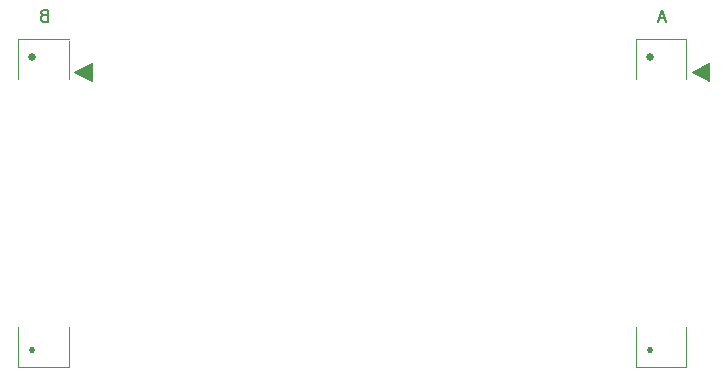
<source format=gbr>
%TF.GenerationSoftware,KiCad,Pcbnew,7.0.2*%
%TF.CreationDate,2023-05-22T10:30:23+03:00*%
%TF.ProjectId,MCU_V1,4d43555f-5631-42e6-9b69-6361645f7063,rev?*%
%TF.SameCoordinates,Original*%
%TF.FileFunction,Legend,Bot*%
%TF.FilePolarity,Positive*%
%FSLAX46Y46*%
G04 Gerber Fmt 4.6, Leading zero omitted, Abs format (unit mm)*
G04 Created by KiCad (PCBNEW 7.0.2) date 2023-05-22 10:30:23*
%MOMM*%
%LPD*%
G01*
G04 APERTURE LIST*
%ADD10C,0.150000*%
%ADD11C,0.100000*%
%ADD12C,0.120000*%
%ADD13C,0.525000*%
%ADD14C,0.675000*%
G04 APERTURE END LIST*
D10*
%TO.C,H1*%
X163968094Y-72866904D02*
X163491904Y-72866904D01*
X164063332Y-73152619D02*
X163729999Y-72152619D01*
X163729999Y-72152619D02*
X163396666Y-73152619D01*
X111368571Y-72628809D02*
X111225714Y-72676428D01*
X111225714Y-72676428D02*
X111178095Y-72724047D01*
X111178095Y-72724047D02*
X111130476Y-72819285D01*
X111130476Y-72819285D02*
X111130476Y-72962142D01*
X111130476Y-72962142D02*
X111178095Y-73057380D01*
X111178095Y-73057380D02*
X111225714Y-73105000D01*
X111225714Y-73105000D02*
X111320952Y-73152619D01*
X111320952Y-73152619D02*
X111701904Y-73152619D01*
X111701904Y-73152619D02*
X111701904Y-72152619D01*
X111701904Y-72152619D02*
X111368571Y-72152619D01*
X111368571Y-72152619D02*
X111273333Y-72200238D01*
X111273333Y-72200238D02*
X111225714Y-72247857D01*
X111225714Y-72247857D02*
X111178095Y-72343095D01*
X111178095Y-72343095D02*
X111178095Y-72438333D01*
X111178095Y-72438333D02*
X111225714Y-72533571D01*
X111225714Y-72533571D02*
X111273333Y-72581190D01*
X111273333Y-72581190D02*
X111368571Y-72628809D01*
X111368571Y-72628809D02*
X111701904Y-72628809D01*
D11*
X165780000Y-102440000D02*
X165780000Y-102440000D01*
X165780000Y-102440000D02*
X165780000Y-102440000D01*
X165780000Y-102440000D02*
X165780000Y-99040000D01*
X165780000Y-102440000D02*
X161480000Y-102440000D01*
X165780000Y-99040000D02*
X165780000Y-102440000D01*
X165780000Y-99040000D02*
X165780000Y-99040000D01*
X165780000Y-78040000D02*
X165780000Y-78040000D01*
X165780000Y-78040000D02*
X165780000Y-74640000D01*
X165780000Y-74790000D02*
X165780000Y-78040000D01*
X165780000Y-74790000D02*
X165780000Y-74790000D01*
X165780000Y-74640000D02*
X165780000Y-74640000D01*
X165780000Y-74640000D02*
X161630000Y-74640000D01*
X161630000Y-74640000D02*
X165780000Y-74640000D01*
X161630000Y-74640000D02*
X161630000Y-74640000D01*
X161630000Y-74640000D02*
X161630000Y-74640000D01*
X161630000Y-74640000D02*
X161480000Y-74640000D01*
X161480000Y-102440000D02*
X165780000Y-102440000D01*
X161480000Y-102440000D02*
X161480000Y-102440000D01*
X161480000Y-102440000D02*
X161480000Y-102440000D01*
X161480000Y-102440000D02*
X161480000Y-99040000D01*
X161480000Y-99040000D02*
X161480000Y-102440000D01*
X161480000Y-99040000D02*
X161480000Y-99040000D01*
X161480000Y-78040000D02*
X161480000Y-78040000D01*
X161480000Y-78040000D02*
X161480000Y-74640000D01*
X161480000Y-74640000D02*
X161630000Y-74640000D01*
X161480000Y-74640000D02*
X161480000Y-78040000D01*
X161480000Y-74640000D02*
X161480000Y-74640000D01*
X161480000Y-74640000D02*
X161480000Y-74640000D01*
X113490000Y-102440000D02*
X113490000Y-102440000D01*
X113490000Y-102440000D02*
X113490000Y-102440000D01*
X113490000Y-102440000D02*
X113490000Y-99040000D01*
X113490000Y-102440000D02*
X109190000Y-102440000D01*
X113490000Y-99040000D02*
X113490000Y-102440000D01*
X113490000Y-99040000D02*
X113490000Y-99040000D01*
X113490000Y-78040000D02*
X113490000Y-78040000D01*
X113490000Y-78040000D02*
X113490000Y-74790000D01*
X113490000Y-74790000D02*
X113490000Y-78040000D01*
X113490000Y-74790000D02*
X113490000Y-74790000D01*
X113490000Y-74640000D02*
X113490000Y-74640000D01*
X113490000Y-74640000D02*
X109340000Y-74640000D01*
X109340000Y-74640000D02*
X113490000Y-74640000D01*
X109340000Y-74640000D02*
X109340000Y-74640000D01*
X109340000Y-74640000D02*
X109340000Y-74640000D01*
X109340000Y-74640000D02*
X109190000Y-74640000D01*
X109190000Y-102440000D02*
X113490000Y-102440000D01*
X109190000Y-102440000D02*
X109190000Y-102440000D01*
X109190000Y-102440000D02*
X109190000Y-102440000D01*
X109190000Y-102440000D02*
X109190000Y-99040000D01*
X109190000Y-99040000D02*
X109190000Y-102440000D01*
X109190000Y-99040000D02*
X109190000Y-99040000D01*
X109190000Y-78040000D02*
X109190000Y-78040000D01*
X109190000Y-78040000D02*
X109190000Y-74640000D01*
X109190000Y-74640000D02*
X109340000Y-74640000D01*
X109190000Y-74640000D02*
X109190000Y-78040000D01*
X109190000Y-74640000D02*
X109190000Y-74640000D01*
X109190000Y-74640000D02*
X109190000Y-74640000D01*
D12*
X167730000Y-78190000D02*
X166230000Y-77440000D01*
X167730000Y-76690000D01*
X167730000Y-78190000D01*
G36*
X167730000Y-78190000D02*
G01*
X166230000Y-77440000D01*
X167730000Y-76690000D01*
X167730000Y-78190000D01*
G37*
X115440000Y-78190000D02*
X113940000Y-77440000D01*
X115440000Y-76690000D01*
X115440000Y-78190000D01*
G36*
X115440000Y-78190000D02*
G01*
X113940000Y-77440000D01*
X115440000Y-76690000D01*
X115440000Y-78190000D01*
G37*
%TD*%
D13*
%TO.C,H1*%
X162680000Y-100940000D03*
X110390000Y-100940000D03*
D14*
X162680000Y-76140000D03*
X110390000Y-76140000D03*
%TD*%
M02*

</source>
